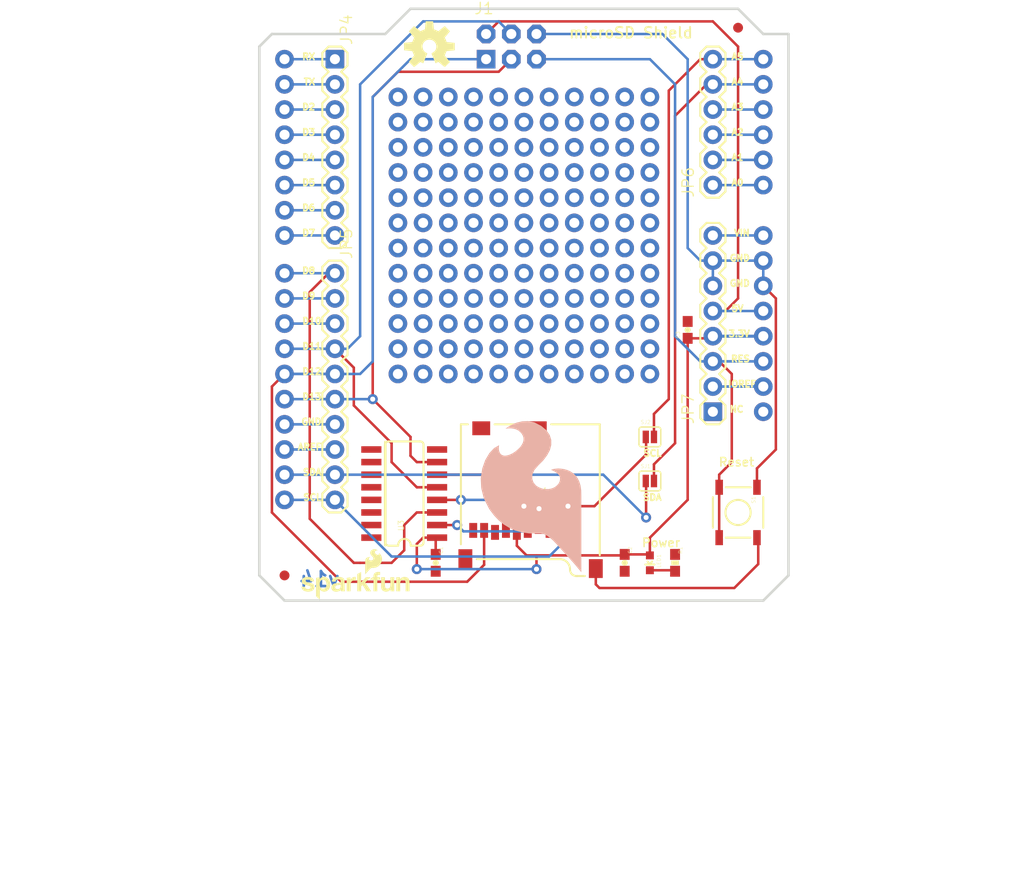
<source format=kicad_pcb>
(kicad_pcb (version 20211014) (generator pcbnew)
  (layers (0 "F.Cu" signal) (31 "B.Cu" signal) (34 "B.Paste" user) (35 "F.Paste" user) (36 "B.SilkS" user "B.Silkscreen") (37 "F.SilkS" user "F.Silkscreen") (38 "B.Mask" user) (39 "F.Mask" user) (44 "Edge.Cuts" user))
  (net 0 "")
  (net 1 "N$2")
  (net 2 "3.3V")
  (net 3 "GND")
  (net 4 "N$6")
  (net 5 "N$7")
  (net 6 "N$9")
  (net 7 "N$10")
  (net 8 "N$11")
  (net 9 "N$12")
  (net 10 "N$13")
  (net 11 "N$14")
  (net 12 "N$15")
  (net 13 "N$16")
  (net 14 "N$17")
  (net 15 "N$18")
  (net 16 "N$21")
  (net 17 "N$22")
  (net 18 "N$23")
  (net 19 "N$24")
  (net 20 "N$25")
  (net 21 "N$26")
  (net 22 "N$27")
  (net 23 "N$28")
  (net 24 "N$29")
  (net 25 "N$30")
  (net 26 "N$31")
  (net 27 "N$34")
  (net 28 "N$35")
  (net 29 "N$36")
  (net 30 "N$37")
  (net 31 "N$38")
  (net 32 "N$39")
  (net 33 "N$40")
  (net 34 "N$41")
  (net 35 "N$42")
  (net 36 "N$43")
  (net 37 "N$44")
  (net 38 "N$47")
  (net 39 "N$48")
  (net 40 "N$49")
  (net 41 "N$50")
  (net 42 "N$51")
  (net 43 "N$52")
  (net 44 "N$53")
  (net 45 "N$54")
  (net 46 "N$55")
  (net 47 "N$56")
  (net 48 "N$57")
  (net 49 "N$60")
  (net 50 "N$61")
  (net 51 "N$62")
  (net 52 "N$63")
  (net 53 "N$64")
  (net 54 "N$65")
  (net 55 "N$66")
  (net 56 "N$67")
  (net 57 "N$68")
  (net 58 "N$69")
  (net 59 "N$70")
  (net 60 "N$73")
  (net 61 "N$74")
  (net 62 "N$75")
  (net 63 "N$76")
  (net 64 "N$77")
  (net 65 "N$78")
  (net 66 "N$79")
  (net 67 "N$80")
  (net 68 "N$81")
  (net 69 "N$82")
  (net 70 "N$83")
  (net 71 "N$86")
  (net 72 "N$87")
  (net 73 "N$88")
  (net 74 "N$89")
  (net 75 "N$90")
  (net 76 "N$91")
  (net 77 "N$92")
  (net 78 "N$93")
  (net 79 "N$94")
  (net 80 "N$95")
  (net 81 "N$96")
  (net 82 "N$99")
  (net 83 "N$100")
  (net 84 "N$101")
  (net 85 "N$102")
  (net 86 "N$103")
  (net 87 "N$104")
  (net 88 "N$105")
  (net 89 "N$106")
  (net 90 "N$107")
  (net 91 "N$108")
  (net 92 "N$109")
  (net 93 "N$112")
  (net 94 "N$113")
  (net 95 "N$114")
  (net 96 "N$115")
  (net 97 "N$116")
  (net 98 "N$117")
  (net 99 "N$118")
  (net 100 "N$119")
  (net 101 "N$120")
  (net 102 "N$121")
  (net 103 "N$122")
  (net 104 "N$125")
  (net 105 "N$126")
  (net 106 "N$127")
  (net 107 "N$128")
  (net 108 "N$129")
  (net 109 "N$130")
  (net 110 "N$131")
  (net 111 "N$132")
  (net 112 "N$133")
  (net 113 "N$134")
  (net 114 "N$135")
  (net 115 "N$138")
  (net 116 "N$139")
  (net 117 "N$140")
  (net 118 "N$141")
  (net 119 "N$142")
  (net 120 "N$143")
  (net 121 "N$144")
  (net 122 "N$145")
  (net 123 "N$146")
  (net 124 "N$147")
  (net 125 "N$148")
  (net 126 "N$151")
  (net 127 "N$152")
  (net 128 "N$153")
  (net 129 "N$154")
  (net 130 "N$155")
  (net 131 "N$156")
  (net 132 "N$157")
  (net 133 "N$158")
  (net 134 "N$159")
  (net 135 "N$160")
  (net 136 "N$161")
  (net 137 "N$163")
  (net 138 "RX")
  (net 139 "TX")
  (net 140 "D2")
  (net 141 "D3")
  (net 142 "D4")
  (net 143 "D5")
  (net 144 "D6")
  (net 145 "D7")
  (net 146 "D9")
  (net 147 "D10")
  (net 148 "A0")
  (net 149 "A1")
  (net 150 "A2")
  (net 151 "A3")
  (net 152 "A4")
  (net 153 "A5")
  (net 154 "RES")
  (net 155 "5V")
  (net 156 "AREF")
  (net 157 "MOSI")
  (net 158 "SCK")
  (net 159 "CS")
  (net 160 "N$4")
  (net 161 "MISO")
  (net 162 "SDA")
  (net 163 "SCL")
  (net 164 "NC")
  (net 165 "IOREF")
  (net 166 "VIN")
  (footprint "boardEagle:MICRO-SD-SOCKET-PP" (layer "F.Cu") (at 142.1511 117.0686 180)
    (fp_text reference "U1")
    (fp_text value "USD-SOCKETNEW")
  )
  (footprint "boardEagle:SJ_2S" (layer "F.Cu") (at 161.2011 118.3386)
    (fp_text reference "SJ2")
    (fp_text value "SOLDERJUMPERNC")
  )
  (footprint "boardEagle:REVISION" (layer "F.Cu") (at 126.9111 162.7886)
    (fp_text reference "U$1" hide)
    (fp_text value "REVISION" hide)
  )
  (footprint "boardEagle:0603-CAP" (layer "F.Cu") (at 158.6611 131.0386 -90)
    (fp_text reference "C2")
    (fp_text value "0.1uF")
  )
  (footprint "boardEagle:UNO_R3_SHIELD_NOLABELS" (layer "F.Cu") (at 121.8311 134.8486)
    (fp_text reference "U2" hide)
    (fp_text value "ARDUINO_R3_SHIELDNOLABELS" hide)
  )
  (footprint "boardEagle:0603-CAP" (layer "F.Cu") (at 165.0111 107.5436 90)
    (fp_text reference "C3")
    (fp_text value "10uF")
  )
  (footprint "boardEagle:CREATIVE_COMMONS" (layer "F.Cu") (at 116.008979 160.2486)
    (fp_text reference "FRAME1" hide)
    (fp_text value "FRAME-LETTER" hide)
  )
  (footprint "boardEagle:1X08" (layer "F.Cu") (at 129.4511 80.2386 -90)
    (fp_text reference "JP4")
    (fp_text value "")
  )
  (footprint "boardEagle:SO016" (layer "F.Cu") (at 136.4361 124.0536 90)
    (fp_text reference "U3")
    (fp_text value "HEX_CONVERTER")
  )
  (footprint "boardEagle:FIDUCIAL-1X2" (layer "F.Cu") (at 170.0911 77.0636)
    (fp_text reference "JP2" hide)
    (fp_text value "FIDUCIAL1X2" hide)
  )
  (footprint "boardEagle:0603-RES" (layer "F.Cu") (at 163.7411 131.0386 -90)
    (fp_text reference "R1")
    (fp_text value "1k")
  )
  (footprint "boardEagle:TACTILE_SWITCH_SMD" (layer "F.Cu") (at 170.0911 125.9586 -90)
    (fp_text reference "S1")
    (fp_text value "")
  )
  (footprint "boardEagle:LED-0603" (layer "F.Cu") (at 161.2011 131.0386 180)
    (fp_text reference "LED1")
    (fp_text value "Red")
  )
  (footprint "boardEagle:1X06" (layer "F.Cu") (at 167.5511 92.9386 90)
    (fp_text reference "JP6")
    (fp_text value "")
  )
  (footprint "boardEagle:2X3-NS" (layer "F.Cu") (at 147.2311 78.9686)
    (fp_text reference "J1")
    (fp_text value "AVR_SPI_PRG_6NS")
  )
  (footprint "boardEagle:FIDUCIAL-1X2" (layer "F.Cu") (at 124.3711 132.3086)
    (fp_text reference "JP3" hide)
    (fp_text value "FIDUCIAL1X2" hide)
  )
  (footprint "boardEagle:OSHW-LOGO-M" (layer "F.Cu") (at 138.9761 78.9686)
    (fp_text reference "LOGO1" hide)
    (fp_text value "OSHW-LOGOM" hide)
  )
  (footprint "boardEagle:1X10" (layer "F.Cu") (at 129.4511 101.8286 -90)
    (fp_text reference "JP5")
    (fp_text value "M10\"")
  )
  (footprint "boardEagle:SJ_2S" (layer "F.Cu") (at 161.2011 122.7836)
    (fp_text reference "SJ1")
    (fp_text value "SOLDERJUMPERNC")
  )
  (footprint "boardEagle:SFE_LOGO_NAME_FLAME_.1" (layer "F.Cu") (at 125.6411 134.8486)
    (fp_text reference "JP1" hide)
    (fp_text value "SFE_LOGO_NAME_FLAME.1_INCH" hide)
  )
  (footprint "boardEagle:0603-CAP" (layer "F.Cu") (at 139.6111 131.0386 -90)
    (fp_text reference "C1")
    (fp_text value "0.1uF")
  )
  (footprint "boardEagle:1X08" (layer "F.Cu") (at 167.5511 115.7986 90)
    (fp_text reference "JP7")
    (fp_text value "")
  )
  (footprint "boardEagle:SFE_LOGO_FLAME_.6" (layer "B.Cu") (at 154.8511 132.3086 180)
    (fp_text reference "LOGO2" hide)
    (fp_text value "SFE_LOGO_FLAME.6_INCH" hide)
  )
  (gr_line (start 134.5311 129.2606) (end 134.5311 118.8466) (layer "F.SilkS") (width 0.254))
  (gr_line (start 121.8311 132.3086) (end 121.8311 78.9686) (layer "Edge.Cuts") (width 0.254))
  (gr_line (start 172.6311 134.8486) (end 124.3711 134.8486) (layer "Edge.Cuts") (width 0.254))
  (gr_line (start 175.1711 77.6986) (end 175.1711 132.3086) (layer "Edge.Cuts") (width 0.254))
  (gr_line (start 137.0711 75.1586) (end 170.0911 75.1586) (layer "Edge.Cuts") (width 0.254))
  (gr_line (start 134.5311 77.6986) (end 137.0711 75.1586) (layer "Edge.Cuts") (width 0.254))
  (gr_line (start 175.1711 132.3086) (end 172.6311 134.8486) (layer "Edge.Cuts") (width 0.254))
  (gr_line (start 170.0911 75.1586) (end 172.6311 77.6986) (layer "Edge.Cuts") (width 0.254))
  (gr_line (start 121.8311 78.9686) (end 123.1011 77.6986) (layer "Edge.Cuts") (width 0.254))
  (gr_line (start 172.6311 77.6986) (end 175.1711 77.6986) (layer "Edge.Cuts") (width 0.254))
  (gr_line (start 123.1011 77.6986) (end 134.5311 77.6986) (layer "Edge.Cuts") (width 0.254))
  (gr_line (start 124.3711 134.8486) (end 121.8311 132.3086) (layer "Edge.Cuts") (width 0.254))
  (gr_text "v14" (at 130.0861 133.5786) (layer "B.Cu") (effects (font (size 1.5113 1.5113) (thickness 0.2667)) (justify left bottom mirror)))
  (gr_text "GND" (at 171.3611 102.4636) (layer "F.SilkS") (effects (font (size 0.65024 0.65024) (thickness 0.16256)) (justify right top)))
  (gr_text "D11" (at 128.1811 108.8136) (layer "F.SilkS") (effects (font (size 0.65024 0.65024) (thickness 0.16256)) (justify right top)))
  (gr_text "A0" (at 170.7261 92.3036) (layer "F.SilkS") (effects (font (size 0.65024 0.65024) (thickness 0.16256)) (justify right top)))
  (gr_text "D12" (at 128.1811 111.3536) (layer "F.SilkS") (effects (font (size 0.65024 0.65024) (thickness 0.16256)) (justify right top)))
  (gr_text "A3" (at 170.7261 84.6836) (layer "F.SilkS") (effects (font (size 0.65024 0.65024) (thickness 0.16256)) (justify right top)))
  (gr_text "D6" (at 127.5461 94.8436) (layer "F.SilkS") (effects (font (size 0.65024 0.65024) (thickness 0.16256)) (justify right top)))
  (gr_text "AREF" (at 128.1811 118.9736) (layer "F.SilkS") (effects (font (size 0.65024 0.65024) (thickness 0.16256)) (justify right top)))
  (gr_text "Reset" (at 168.0591 121.3866) (layer "F.SilkS") (effects (font (size 0.8636 0.8636) (thickness 0.1524)) (justify left bottom)))
  (gr_text "D2" (at 127.5461 84.6836) (layer "F.SilkS") (effects (font (size 0.65024 0.65024) (thickness 0.16256)) (justify right top)))
  (gr_text "A2" (at 170.7261 87.2236) (layer "F.SilkS") (effects (font (size 0.65024 0.65024) (thickness 0.16256)) (justify right top)))
  (gr_text "A1" (at 170.7261 89.7636) (layer "F.SilkS") (effects (font (size 0.65024 0.65024) (thickness 0.16256)) (justify right top)))
  (gr_text "D4" (at 127.5461 89.7636) (layer "F.SilkS") (effects (font (size 0.65024 0.65024) (thickness 0.16256)) (justify right top)))
  (gr_text "3.3V" (at 171.3611 107.5436) (layer "F.SilkS") (effects (font (size 0.65024 0.65024) (thickness 0.16256)) (justify right top)))
  (gr_text "SCL" (at 128.1811 124.0536) (layer "F.SilkS") (effects (font (size 0.65024 0.65024) (thickness 0.16256)) (justify right top)))
  (gr_text "SDA" (at 162.4711 124.0536) (layer "F.SilkS") (effects (font (size 0.65024 0.65024) (thickness 0.16256)) (justify right top)))
  (gr_text "GND" (at 128.1811 116.4336) (layer "F.SilkS") (effects (font (size 0.65024 0.65024) (thickness 0.16256)) (justify right top)))
  (gr_text "microSD Shield" (at 152.9461 78.2066) (layer "F.SilkS") (effects (font (size 1.0795 1.0795) (thickness 0.1905)) (justify left bottom)))
  (gr_text "GND" (at 171.3611 99.9236) (layer "F.SilkS") (effects (font (size 0.65024 0.65024) (thickness 0.16256)) (justify right top)))
  (gr_text "D3" (at 127.5461 87.2236) (layer "F.SilkS") (effects (font (size 0.65024 0.65024) (thickness 0.16256)) (justify right top)))
  (gr_text "D9" (at 127.5461 103.7336) (layer "F.SilkS") (effects (font (size 0.65024 0.65024) (thickness 0.16256)) (justify right top)))
  (gr_text "5V" (at 170.7261 105.0036) (layer "F.SilkS") (effects (font (size 0.65024 0.65024) (thickness 0.16256)) (justify right top)))
  (gr_text "D7" (at 127.5461 97.3836) (layer "F.SilkS") (effects (font (size 0.65024 0.65024) (thickness 0.16256)) (justify right top)))
  (gr_text "VIN" (at 171.3611 97.3836) (layer "F.SilkS") (effects (font (size 0.65024 0.65024) (thickness 0.16256)) (justify right top)))
  (gr_text "Power" (at 160.3121 129.5146) (layer "F.SilkS") (effects (font (size 0.8636 0.8636) (thickness 0.1524)) (justify left bottom)))
  (gr_text "TX" (at 127.5461 82.1436) (layer "F.SilkS") (effects (font (size 0.65024 0.65024) (thickness 0.16256)) (justify right top)))
  (gr_text "D10" (at 128.1811 106.2736) (layer "F.SilkS") (effects (font (size 0.65024 0.65024) (thickness 0.16256)) (justify right top)))
  (gr_text "SDA" (at 128.1811 121.5136) (layer "F.SilkS") (effects (font (size 0.65024 0.65024) (thickness 0.16256)) (justify right top)))
  (gr_text "D8" (at 127.5461 101.1936) (layer "F.SilkS") (effects (font (size 0.65024 0.65024) (thickness 0.16256)) (justify right top)))
  (gr_text "IOREF" (at 171.9961 112.6236) (layer "F.SilkS") (effects (font (size 0.65024 0.65024) (thickness 0.16256)) (justify right top)))
  (gr_text "RX" (at 127.5461 79.6036) (layer "F.SilkS") (effects (font (size 0.65024 0.65024) (thickness 0.16256)) (justify right top)))
  (gr_text "RES" (at 171.3611 110.0836) (layer "F.SilkS") (effects (font (size 0.65024 0.65024) (thickness 0.16256)) (justify right top)))
  (gr_text "D5" (at 127.5461 92.3036) (layer "F.SilkS") (effects (font (size 0.65024 0.65024) (thickness 0.16256)) (justify right top)))
  (gr_text "A4" (at 170.7261 82.1436) (layer "F.SilkS") (effects (font (size 0.65024 0.65024) (thickness 0.16256)) (justify right top)))
  (gr_text "SCL" (at 162.4711 119.6086) (layer "F.SilkS") (effects (font (size 0.65024 0.65024) (thickness 0.16256)) (justify right top)))
  (gr_text "NC" (at 170.7261 115.1636) (layer "F.SilkS") (effects (font (size 0.65024 0.65024) (thickness 0.16256)) (justify right top)))
  (gr_text "D13" (at 128.1811 113.8936) (layer "F.SilkS") (effects (font (size 0.65024 0.65024) (thickness 0.16256)) (justify right top)))
  (gr_text "A5" (at 170.7261 79.6036) (layer "F.SilkS") (effects (font (size 0.65024 0.65024) (thickness 0.16256)) (justify right top)))
  (segment (start 148.8821 127.7596) (end 148.8911 127.7686) (width 0.254) (layer "F.Cu") (net 1))
  (segment (start 139.7508 124.6886) (end 142.1511 124.6886) (width 0.254) (layer "F.Cu") (net 1))
  (segment (start 148.5011 125.5776) (end 148.8821 125.9586) (width 0.254) (layer "F.Cu") (net 1))
  (segment (start 148.8821 125.9586) (end 148.8821 127.7596) (width 0.254) (layer "F.Cu") (net 1))
  (segment (start 148.5011 125.3236) (end 148.5011 125.5776) (width 0.254) (layer "F.Cu") (net 1))
  (via (at 148.5011 125.3236) (size 1.016) (drill 0.508) (layers "F.Cu" "B.Cu") (net 1))
  (via (at 142.1511 124.6886) (size 1.016) (drill 0.508) (layers "F.Cu" "B.Cu") (net 1))
  (segment (start 147.8661 124.6886) (end 148.5011 125.3236) (width 0.254) (layer "B.Cu") (net 1))
  (segment (start 142.1511 124.6886) (end 147.8661 124.6886) (width 0.254) (layer "B.Cu") (net 1))
  (segment (start 158.6611 130.1886) (end 161.1011 130.1886) (width 0.254) (layer "F.Cu") (net 2))
  (segment (start 165.0111 108.3936) (end 167.3361 108.3936) (width 0.254) (layer "F.Cu") (net 2))
  (segment (start 161.2011 130.2886) (end 161.2011 128.4986) (width 0.254) (layer "F.Cu") (net 2))
  (segment (start 139.6111 128.6383) (end 139.7508 128.4986) (width 0.254) (layer "F.Cu") (net 2))
  (segment (start 167.3361 108.3936) (end 167.5511 108.1786) (width 0.254) (layer "F.Cu") (net 2))
  (segment (start 137.7061 129.1336) (end 137.7061 131.6736) (width 0.254) (layer "F.Cu") (net 2))
  (segment (start 165.0111 124.6886) (end 161.2011 128.4986) (width 0.254) (layer "F.Cu") (net 2))
  (segment (start 158.5611 130.2886) (end 158.6611 130.1886) (width 0.254) (layer "F.Cu") (net 2))
  (segment (start 149.7711 130.2886) (end 148.7671 130.2886) (width 0.254) (layer "F.Cu") (net 2))
  (segment (start 149.7711 130.2886) (end 158.5611 130.2886) (width 0.254) (layer "F.Cu") (net 2))
  (segment (start 161.1011 130.1886) (end 161.2011 130.2886) (width 0.254) (layer "F.Cu") (net 2))
  (segment (start 138.3411 128.4986) (end 137.7061 129.1336) (width 0.254) (layer "F.Cu") (net 2))
  (segment (start 147.7911 127.9686) (end 147.7911 129.3126) (width 0.254) (layer "F.Cu") (net 2))
  (segment (start 149.7711 131.6736) (end 149.7711 130.2886) (width 0.254) (layer "F.Cu") (net 2))
  (segment (start 165.0111 108.3936) (end 165.0111 124.6886) (width 0.254) (layer "F.Cu") (net 2))
  (segment (start 139.7508 128.4986) (end 138.3411 128.4986) (width 0.254) (layer "F.Cu") (net 2))
  (segment (start 147.7911 129.3126) (end 148.7671 130.2886) (width 0.254) (layer "F.Cu") (net 2))
  (segment (start 139.6111 130.1886) (end 139.6111 128.6383) (width 0.254) (layer "F.Cu") (net 2))
  (via (at 149.7711 131.6736) (size 1.016) (drill 0.508) (layers "F.Cu" "B.Cu") (net 2))
  (via (at 137.7061 131.6736) (size 1.016) (drill 0.508) (layers "F.Cu" "B.Cu") (net 2))
  (segment (start 167.5511 108.1786) (end 172.6311 108.1786) (width 0.3048) (layer "B.Cu") (net 2))
  (segment (start 137.7061 131.6736) (end 149.7711 131.6736) (width 0.254) (layer "B.Cu") (net 2))
  (segment (start 155.7511 133.2086) (end 156.1211 133.5786) (width 0.254) (layer "F.Cu") (net 3))
  (segment (start 172.1231 131.1656) (end 172.1231 128.6256) (width 0.254) (layer "F.Cu") (net 3))
  (segment (start 156.1211 133.5786) (end 169.7101 133.5786) (width 0.254) (layer "F.Cu") (net 3))
  (segment (start 155.7511 131.6186) (end 155.7511 133.2086) (width 0.254) (layer "F.Cu") (net 3))
  (segment (start 173.9011 104.3686) (end 172.6311 103.0986) (width 0.254) (layer "F.Cu") (net 3))
  (segment (start 172.1231 128.6256) (end 171.9961 128.4986) (width 0.254) (layer "F.Cu") (net 3))
  (segment (start 171.9961 123.4186) (end 171.9961 121.5136) (width 0.254) (layer "F.Cu") (net 3))
  (segment (start 173.9011 119.6086) (end 173.9011 104.3686) (width 0.254) (layer "F.Cu") (net 3))
  (segment (start 171.9961 121.5136) (end 173.9011 119.6086) (width 0.254) (layer "F.Cu") (net 3))
  (segment (start 169.7101 133.5786) (end 172.1231 131.1656) (width 0.254) (layer "F.Cu") (net 3))
  (segment (start 168.1861 100.5586) (end 167.5511 100.5586) (width 0.254) (layer "B.Cu") (net 3))
  (segment (start 167.5511 100.5586) (end 166.2811 100.5586) (width 0.254) (layer "B.Cu") (net 3))
  (segment (start 172.6311 100.5586) (end 172.6311 103.0986) (width 0.254) (layer "B.Cu") (net 3))
  (segment (start 172.6311 100.5586) (end 168.1861 100.5586) (width 0.254) (layer "B.Cu") (net 3))
  (segment (start 162.4711 77.6986) (end 149.7711 77.6986) (width 0.254) (layer "B.Cu") (net 3))
  (segment (start 166.2811 100.5586) (end 165.0111 99.2886) (width 0.254) (layer "B.Cu") (net 3))
  (segment (start 167.5511 101.1936) (end 168.1861 100.5586) (width 0.254) (layer "B.Cu") (net 3))
  (segment (start 165.0111 99.2886) (end 165.0111 80.2386) (width 0.254) (layer "B.Cu") (net 3))
  (segment (start 167.5511 103.0986) (end 167.5511 101.1936) (width 0.254) (layer "B.Cu") (net 3))
  (segment (start 124.3711 117.0686) (end 129.4511 117.0686) (width 0.254) (layer "B.Cu") (net 3))
  (segment (start 165.0111 80.2386) (end 162.4711 77.6986) (width 0.254) (layer "B.Cu") (net 3))
  (segment (start 163.6411 131.7886) (end 163.7411 131.8886) (width 0.254) (layer "F.Cu") (net 4))
  (segment (start 161.2011 131.7886) (end 163.6411 131.7886) (width 0.254) (layer "F.Cu") (net 4))
  (via (at 161.2011 84.0486) (size 1.8796) (drill 1.016) (layers "F.Cu" "B.Cu") (net 5))
  (via (at 158.6611 84.0486) (size 1.8796) (drill 1.016) (layers "F.Cu" "B.Cu") (net 6))
  (via (at 156.1211 84.0486) (size 1.8796) (drill 1.016) (layers "F.Cu" "B.Cu") (net 7))
  (via (at 153.5811 84.0486) (size 1.8796) (drill 1.016) (layers "F.Cu" "B.Cu") (net 8))
  (via (at 151.0411 84.0486) (size 1.8796) (drill 1.016) (layers "F.Cu" "B.Cu") (net 9))
  (via (at 148.5011 84.0486) (size 1.8796) (drill 1.016) (layers "F.Cu" "B.Cu") (net 10))
  (via (at 145.9611 84.0486) (size 1.8796) (drill 1.016) (layers "F.Cu" "B.Cu") (net 11))
  (via (at 143.4211 84.0486) (size 1.8796) (drill 1.016) (layers "F.Cu" "B.Cu") (net 12))
  (via (at 140.8811 84.0486) (size 1.8796) (drill 1.016) (layers "F.Cu" "B.Cu") (net 13))
  (via (at 138.3411 84.0486) (size 1.8796) (drill 1.016) (layers "F.Cu" "B.Cu") (net 14))
  (via (at 135.8011 84.0486) (size 1.8796) (drill 1.016) (layers "F.Cu" "B.Cu") (net 15))
  (via (at 135.8011 86.5886) (size 1.8796) (drill 1.016) (layers "F.Cu" "B.Cu") (net 16))
  (via (at 138.3411 86.5886) (size 1.8796) (drill 1.016) (layers "F.Cu" "B.Cu") (net 17))
  (via (at 140.8811 86.5886) (size 1.8796) (drill 1.016) (layers "F.Cu" "B.Cu") (net 18))
  (via (at 143.4211 86.5886) (size 1.8796) (drill 1.016) (layers "F.Cu" "B.Cu") (net 19))
  (via (at 145.9611 86.5886) (size 1.8796) (drill 1.016) (layers "F.Cu" "B.Cu") (net 20))
  (via (at 148.5011 86.5886) (size 1.8796) (drill 1.016) (layers "F.Cu" "B.Cu") (net 21))
  (via (at 151.0411 86.5886) (size 1.8796) (drill 1.016) (layers "F.Cu" "B.Cu") (net 22))
  (via (at 153.5811 86.5886) (size 1.8796) (drill 1.016) (layers "F.Cu" "B.Cu") (net 23))
  (via (at 156.1211 86.5886) (size 1.8796) (drill 1.016) (layers "F.Cu" "B.Cu") (net 24))
  (via (at 158.6611 86.5886) (size 1.8796) (drill 1.016) (layers "F.Cu" "B.Cu") (net 25))
  (via (at 161.2011 86.5886) (size 1.8796) (drill 1.016) (layers "F.Cu" "B.Cu") (net 26))
  (via (at 161.2011 89.1286) (size 1.8796) (drill 1.016) (layers "F.Cu" "B.Cu") (net 27))
  (via (at 158.6611 89.1286) (size 1.8796) (drill 1.016) (layers "F.Cu" "B.Cu") (net 28))
  (via (at 156.1211 89.1286) (size 1.8796) (drill 1.016) (layers "F.Cu" "B.Cu") (net 29))
  (via (at 153.5811 89.1286) (size 1.8796) (drill 1.016) (layers "F.Cu" "B.Cu") (net 30))
  (via (at 151.0411 89.1286) (size 1.8796) (drill 1.016) (layers "F.Cu" "B.Cu") (net 31))
  (via (at 148.5011 89.1286) (size 1.8796) (drill 1.016) (layers "F.Cu" "B.Cu") (net 32))
  (via (at 145.9611 89.1286) (size 1.8796) (drill 1.016) (layers "F.Cu" "B.Cu") (net 33))
  (via (at 143.4211 89.1286) (size 1.8796) (drill 1.016) (layers "F.Cu" "B.Cu") (net 34))
  (via (at 140.8811 89.1286) (size 1.8796) (drill 1.016) (layers "F.Cu" "B.Cu") (net 35))
  (via (at 138.3411 89.1286) (size 1.8796) (drill 1.016) (layers "F.Cu" "B.Cu") (net 36))
  (via (at 135.8011 89.1286) (size 1.8796) (drill 1.016) (layers "F.Cu" "B.Cu") (net 37))
  (via (at 135.8011 91.6686) (size 1.8796) (drill 1.016) (layers "F.Cu" "B.Cu") (net 38))
  (via (at 138.3411 91.6686) (size 1.8796) (drill 1.016) (layers "F.Cu" "B.Cu") (net 39))
  (via (at 140.8811 91.6686) (size 1.8796) (drill 1.016) (layers "F.Cu" "B.Cu") (net 40))
  (via (at 143.4211 91.6686) (size 1.8796) (drill 1.016) (layers "F.Cu" "B.Cu") (net 41))
  (via (at 145.9611 91.6686) (size 1.8796) (drill 1.016) (layers "F.Cu" "B.Cu") (net 42))
  (via (at 148.5011 91.6686) (size 1.8796) (drill 1.016) (layers "F.Cu" "B.Cu") (net 43))
  (via (at 151.0411 91.6686) (size 1.8796) (drill 1.016) (layers "F.Cu" "B.Cu") (net 44))
  (via (at 153.5811 91.6686) (size 1.8796) (drill 1.016) (layers "F.Cu" "B.Cu") (net 45))
  (via (at 156.1211 91.6686) (size 1.8796) (drill 1.016) (layers "F.Cu" "B.Cu") (net 46))
  (via (at 158.6611 91.6686) (size 1.8796) (drill 1.016) (layers "F.Cu" "B.Cu") (net 47))
  (via (at 161.2011 91.6686) (size 1.8796) (drill 1.016) (layers "F.Cu" "B.Cu") (net 48))
  (via (at 161.2011 94.2086) (size 1.8796) (drill 1.016) (layers "F.Cu" "B.Cu") (net 49))
  (via (at 158.6611 94.2086) (size 1.8796) (drill 1.016) (layers "F.Cu" "B.Cu") (net 50))
  (via (at 156.1211 94.2086) (size 1.8796) (drill 1.016) (layers "F.Cu" "B.Cu") (net 51))
  (via (at 153.5811 94.2086) (size 1.8796) (drill 1.016) (layers "F.Cu" "B.Cu") (net 52))
  (via (at 151.0411 94.2086) (size 1.8796) (drill 1.016) (layers "F.Cu" "B.Cu") (net 53))
  (via (at 148.5011 94.2086) (size 1.8796) (drill 1.016) (layers "F.Cu" "B.Cu") (net 54))
  (via (at 145.9611 94.2086) (size 1.8796) (drill 1.016) (layers "F.Cu" "B.Cu") (net 55))
  (via (at 143.4211 94.2086) (size 1.8796) (drill 1.016) (layers "F.Cu" "B.Cu") (net 56))
  (via (at 140.8811 94.2086) (size 1.8796) (drill 1.016) (layers "F.Cu" "B.Cu") (net 57))
  (via (at 138.3411 94.2086) (size 1.8796) (drill 1.016) (layers "F.Cu" "B.Cu") (net 58))
  (via (at 135.8011 94.2086) (size 1.8796) (drill 1.016) (layers "F.Cu" "B.Cu") (net 59))
  (via (at 135.8011 96.7486) (size 1.8796) (drill 1.016) (layers "F.Cu" "B.Cu") (net 60))
  (via (at 138.3411 96.7486) (size 1.8796) (drill 1.016) (layers "F.Cu" "B.Cu") (net 61))
  (via (at 140.8811 96.7486) (size 1.8796) (drill 1.016) (layers "F.Cu" "B.Cu") (net 62))
  (via (at 143.4211 96.7486) (size 1.8796) (drill 1.016) (layers "F.Cu" "B.Cu") (net 63))
  (via (at 145.9611 96.7486) (size 1.8796) (drill 1.016) (layers "F.Cu" "B.Cu") (net 64))
  (via (at 148.5011 96.7486) (size 1.8796) (drill 1.016) (layers "F.Cu" "B.Cu") (net 65))
  (via (at 151.0411 96.7486) (size 1.8796) (drill 1.016) (layers "F.Cu" "B.Cu") (net 66))
  (via (at 153.5811 96.7486) (size 1.8796) (drill 1.016) (layers "F.Cu" "B.Cu") (net 67))
  (via (at 156.1211 96.7486) (size 1.8796) (drill 1.016) (layers "F.Cu" "B.Cu") (net 68))
  (via (at 158.6611 96.7486) (size 1.8796) (drill 1.016) (layers "F.Cu" "B.Cu") (net 69))
  (via (at 161.2011 96.7486) (size 1.8796) (drill 1.016) (layers "F.Cu" "B.Cu") (net 70))
  (via (at 161.2011 99.2886) (size 1.8796) (drill 1.016) (layers "F.Cu" "B.Cu") (net 71))
  (via (at 158.6611 99.2886) (size 1.8796) (drill 1.016) (layers "F.Cu" "B.Cu") (net 72))
  (via (at 156.1211 99.2886) (size 1.8796) (drill 1.016) (layers "F.Cu" "B.Cu") (net 73))
  (via (at 153.5811 99.2886) (size 1.8796) (drill 1.016) (layers "F.Cu" "B.Cu") (net 74))
  (via (at 151.0411 99.2886) (size 1.8796) (drill 1.016) (layers "F.Cu" "B.Cu") (net 75))
  (via (at 148.5011 99.2886) (size 1.8796) (drill 1.016) (layers "F.Cu" "B.Cu") (net 76))
  (via (at 145.9611 99.2886) (size 1.8796) (drill 1.016) (layers "F.Cu" "B.Cu") (net 77))
  (via (at 143.4211 99.2886) (size 1.8796) (drill 1.016) (layers "F.Cu" "B.Cu") (net 78))
  (via (at 140.8811 99.2886) (size 1.8796) (drill 1.016) (layers "F.Cu" "B.Cu") (net 79))
  (via (at 138.3411 99.2886) (size 1.8796) (drill 1.016) (layers "F.Cu" "B.Cu") (net 80))
  (via (at 135.8011 99.2886) (size 1.8796) (drill 1.016) (layers "F.Cu" "B.Cu") (net 81))
  (via (at 135.8011 101.8286) (size 1.8796) (drill 1.016) (layers "F.Cu" "B.Cu") (net 82))
  (via (at 138.3411 101.8286) (size 1.8796) (drill 1.016) (layers "F.Cu" "B.Cu") (net 83))
  (via (at 140.8811 101.8286) (size 1.8796) (drill 1.016) (layers "F.Cu" "B.Cu") (net 84))
  (via (at 143.4211 101.8286) (size 1.8796) (drill 1.016) (layers "F.Cu" "B.Cu") (net 85))
  (via (at 145.9611 101.8286) (size 1.8796) (drill 1.016) (layers "F.Cu" "B.Cu") (net 86))
  (via (at 148.5011 101.8286) (size 1.8796) (drill 1.016) (layers "F.Cu" "B.Cu") (net 87))
  (via (at 151.0411 101.8286) (size 1.8796) (drill 1.016) (layers "F.Cu" "B.Cu") (net 88))
  (via (at 153.5811 101.8286) (size 1.8796) (drill 1.016) (layers "F.Cu" "B.Cu") (net 89))
  (via (at 156.1211 101.8286) (size 1.8796) (drill 1.016) (layers "F.Cu" "B.Cu") (net 90))
  (via (at 158.6611 101.8286) (size 1.8796) (drill 1.016) (layers "F.Cu" "B.Cu") (net 91))
  (via (at 161.2011 101.8286) (size 1.8796) (drill 1.016) (layers "F.Cu" "B.Cu") (net 92))
  (via (at 161.2011 104.3686) (size 1.8796) (drill 1.016) (layers "F.Cu" "B.Cu") (net 93))
  (via (at 158.6611 104.3686) (size 1.8796) (drill 1.016) (layers "F.Cu" "B.Cu") (net 94))
  (via (at 156.1211 104.3686) (size 1.8796) (drill 1.016) (layers "F.Cu" "B.Cu") (net 95))
  (via (at 153.5811 104.3686) (size 1.8796) (drill 1.016) (layers "F.Cu" "B.Cu") (net 96))
  (via (at 151.0411 104.3686) (size 1.8796) (drill 1.016) (layers "F.Cu" "B.Cu") (net 97))
  (via (at 148.5011 104.3686) (size 1.8796) (drill 1.016) (layers "F.Cu" "B.Cu") (net 98))
  (via (at 145.9611 104.3686) (size 1.8796) (drill 1.016) (layers "F.Cu" "B.Cu") (net 99))
  (via (at 143.4211 104.3686) (size 1.8796) (drill 1.016) (layers "F.Cu" "B.Cu") (net 100))
  (via (at 140.8811 104.3686) (size 1.8796) (drill 1.016) (layers "F.Cu" "B.Cu") (net 101))
  (via (at 138.3411 104.3686) (size 1.8796) (drill 1.016) (layers "F.Cu" "B.Cu") (net 102))
  (via (at 135.8011 104.3686) (size 1.8796) (drill 1.016) (layers "F.Cu" "B.Cu") (net 103))
  (via (at 135.8011 106.9086) (size 1.8796) (drill 1.016) (layers "F.Cu" "B.Cu") (net 104))
  (via (at 138.3411 106.9086) (size 1.8796) (drill 1.016) (layers "F.Cu" "B.Cu") (net 105))
  (via (at 140.8811 106.9086) (size 1.8796) (drill 1.016) (layers "F.Cu" "B.Cu") (net 106))
  (via (at 143.4211 106.9086) (size 1.8796) (drill 1.016) (layers "F.Cu" "B.Cu") (net 107))
  (via (at 145.9611 106.9086) (size 1.8796) (drill 1.016) (layers "F.Cu" "B.Cu") (net 108))
  (via (at 148.5011 106.9086) (size 1.8796) (drill 1.016) (layers "F.Cu" "B.Cu") (net 109))
  (via (at 151.0411 106.9086) (size 1.8796) (drill 1.016) (layers "F.Cu" "B.Cu") (net 110))
  (via (at 153.5811 106.9086) (size 1.8796) (drill 1.016) (layers "F.Cu" "B.Cu") (net 111))
  (via (at 156.1211 106.9086) (size 1.8796) (drill 1.016) (layers "F.Cu" "B.Cu") (net 112))
  (via (at 158.6611 106.9086) (size 1.8796) (drill 1.016) (layers "F.Cu" "B.Cu") (net 113))
  (via (at 161.2011 106.9086) (size 1.8796) (drill 1.016) (layers "F.Cu" "B.Cu") (net 114))
  (via (at 161.2011 109.4486) (size 1.8796) (drill 1.016) (layers "F.Cu" "B.Cu") (net 115))
  (via (at 158.6611 109.4486) (size 1.8796) (drill 1.016) (layers "F.Cu" "B.Cu") (net 116))
  (via (at 156.1211 109.4486) (size 1.8796) (drill 1.016) (layers "F.Cu" "B.Cu") (net 117))
  (via (at 153.5811 109.4486) (size 1.8796) (drill 1.016) (layers "F.Cu" "B.Cu") (net 118))
  (via (at 151.0411 109.4486) (size 1.8796) (drill 1.016) (layers "F.Cu" "B.Cu") (net 119))
  (via (at 148.5011 109.4486) (size 1.8796) (drill 1.016) (layers "F.Cu" "B.Cu") (net 120))
  (via (at 145.9611 109.4486) (size 1.8796) (drill 1.016) (layers "F.Cu" "B.Cu") (net 121))
  (via (at 143.4211 109.4486) (size 1.8796) (drill 1.016) (layers "F.Cu" "B.Cu") (net 122))
  (via (at 140.8811 109.4486) (size 1.8796) (drill 1.016) (layers "F.Cu" "B.Cu") (net 123))
  (via (at 138.3411 109.4486) (size 1.8796) (drill 1.016) (layers "F.Cu" "B.Cu") (net 124))
  (via (at 135.8011 109.4486) (size 1.8796) (drill 1.016) (layers "F.Cu" "B.Cu") (net 125))
  (via (at 135.8011 111.9886) (size 1.8796) (drill 1.016) (layers "F.Cu" "B.Cu") (net 126))
  (via (at 138.3411 111.9886) (size 1.8796) (drill 1.016) (layers "F.Cu" "B.Cu") (net 127))
  (via (at 140.8811 111.9886) (size 1.8796) (drill 1.016) (layers "F.Cu" "B.Cu") (net 128))
  (via (at 143.4211 111.9886) (size 1.8796) (drill 1.016) (layers "F.Cu" "B.Cu") (net 129))
  (via (at 145.9611 111.9886) (size 1.8796) (drill 1.016) (layers "F.Cu" "B.Cu") (net 130))
  (via (at 148.5011 111.9886) (size 1.8796) (drill 1.016) (layers "F.Cu" "B.Cu") (net 131))
  (via (at 151.0411 111.9886) (size 1.8796) (drill 1.016) (layers "F.Cu" "B.Cu") (net 132))
  (via (at 153.5811 111.9886) (size 1.8796) (drill 1.016) (layers "F.Cu" "B.Cu") (net 133))
  (via (at 156.1211 111.9886) (size 1.8796) (drill 1.016) (layers "F.Cu" "B.Cu") (net 134))
  (via (at 158.6611 111.9886) (size 1.8796) (drill 1.016) (layers "F.Cu" "B.Cu") (net 135))
  (via (at 161.2011 111.9886) (size 1.8796) (drill 1.016) (layers "F.Cu" "B.Cu") (net 136))
  (segment (start 149.9911 125.6116) (end 150.0251 125.5776) (width 0.254) (layer "F.Cu") (net 137))
  (segment (start 149.9911 127.3686) (end 149.9911 125.6116) (width 0.254) (layer "F.Cu") (net 137))
  (segment (start 141.7701 127.2286) (end 139.7508 127.2286) (width 0.254) (layer "F.Cu") (net 137))
  (via (at 141.7701 127.2286) (size 1.016) (drill 0.508) (layers "F.Cu" "B.Cu") (net 137))
  (via (at 150.0251 125.5776) (size 1.016) (drill 0.508) (layers "F.Cu" "B.Cu") (net 137))
  (segment (start 148.5011 127.8636) (end 142.4051 127.8636) (width 0.254) (layer "B.Cu") (net 137))
  (segment (start 150.0251 125.5776) (end 150.0251 126.3396) (width 0.254) (layer "B.Cu") (net 137))
  (segment (start 150.0251 126.3396) (end 148.5011 127.8636) (width 0.254) (layer "B.Cu") (net 137))
  (segment (start 142.4051 127.8636) (end 141.7701 127.2286) (width 0.254) (layer "B.Cu") (net 137))
  (segment (start 128.1811 80.2386) (end 129.4511 80.2386) (width 0.254) (layer "B.Cu") (net 138))
  (segment (start 124.3711 80.2386) (end 128.1811 80.2386) (width 0.254) (layer "B.Cu") (net 138))
  (segment (start 124.3711 82.7786) (end 129.4511 82.7786) (width 0.254) (layer "B.Cu") (net 139))
  (segment (start 124.3711 85.3186) (end 129.4511 85.3186) (width 0.254) (layer "B.Cu") (net 140))
  (segment (start 124.3711 87.8586) (end 129.4511 87.8586) (width 0.254) (layer "B.Cu") (net 141))
  (segment (start 124.3711 90.3986) (end 129.4511 90.3986) (width 0.254) (layer "B.Cu") (net 142))
  (segment (start 124.3711 92.9386) (end 129.4511 92.9386) (width 0.254) (layer "B.Cu") (net 143))
  (segment (start 124.3711 95.4786) (end 129.4511 95.4786) (width 0.254) (layer "B.Cu") (net 144))
  (segment (start 124.3711 98.0186) (end 129.4511 98.0186) (width 0.254) (layer "B.Cu") (net 145))
  (segment (start 124.3711 104.3686) (end 129.4511 104.3686) (width 0.254) (layer "B.Cu") (net 146))
  (segment (start 124.3711 106.9086) (end 129.4511 106.9086) (width 0.254) (layer "B.Cu") (net 147))
  (segment (start 167.5511 92.9386) (end 172.6311 92.9386) (width 0.254) (layer "B.Cu") (net 148))
  (segment (start 167.5511 90.3986) (end 172.6311 90.3986) (width 0.254) (layer "B.Cu") (net 149))
  (segment (start 167.5511 87.8586) (end 172.6311 87.8586) (width 0.254) (layer "B.Cu") (net 150))
  (segment (start 167.5511 85.3186) (end 172.6311 85.3186) (width 0.254) (layer "B.Cu") (net 151))
  (segment (start 161.613 122.7836) (end 161.613 121.1017) (width 0.254) (layer "F.Cu") (net 152))
  (segment (start 161.613 121.1017) (end 163.7411 118.9736) (width 0.254) (layer "F.Cu") (net 152))
  (segment (start 163.7411 118.9736) (end 163.7411 85.9536) (width 0.254) (layer "F.Cu") (net 152))
  (segment (start 163.7411 85.9536) (end 166.9161 82.7786) (width 0.254) (layer "F.Cu") (net 152))
  (segment (start 166.9161 82.7786) (end 167.5511 82.7786) (width 0.254) (layer "F.Cu") (net 152))
  (segment (start 167.5511 82.7786) (end 172.6311 82.7786) (width 0.254) (layer "B.Cu") (net 152))
  (segment (start 166.2811 80.2386) (end 163.1061 83.4136) (width 0.254) (layer "F.Cu") (net 153))
  (segment (start 166.2811 80.2386) (end 167.5511 80.2386) (width 0.254) (layer "F.Cu") (net 153))
  (segment (start 163.1061 83.4136) (end 163.1061 114.5286) (width 0.254) (layer "F.Cu") (net 153))
  (segment (start 161.613 118.3386) (end 161.613 116.0217) (width 0.254) (layer "F.Cu") (net 153))
  (segment (start 161.613 116.0217) (end 163.1061 114.5286) (width 0.254) (layer "F.Cu") (net 153))
  (segment (start 167.5511 80.2386) (end 172.6311 80.2386) (width 0.254) (layer "B.Cu") (net 153))
  (segment (start 169.4561 120.8786) (end 168.1861 122.1486) (width 0.254) (layer "F.Cu") (net 154))
  (segment (start 168.1861 122.1486) (end 168.1861 123.4186) (width 0.254) (layer "F.Cu") (net 154))
  (segment (start 168.1861 128.4986) (end 168.1861 123.4186) (width 0.254) (layer "F.Cu") (net 154))
  (segment (start 167.5511 110.7186) (end 168.1861 110.7186) (width 0.254) (layer "F.Cu") (net 154))
  (segment (start 169.4561 111.9886) (end 169.4561 120.8786) (width 0.254) (layer "F.Cu") (net 154))
  (segment (start 168.1861 110.7186) (end 169.4561 111.9886) (width 0.254) (layer "F.Cu") (net 154))
  (segment (start 167.5511 110.7186) (end 172.6311 110.7186) (width 0.254) (layer "B.Cu") (net 154))
  (segment (start 167.5511 110.7186) (end 166.2811 110.7186) (width 0.254) (layer "B.Cu") (net 154))
  (segment (start 166.2811 110.7186) (end 163.7411 108.1786) (width 0.254) (layer "B.Cu") (net 154))
  (segment (start 163.7411 82.7786) (end 161.2011 80.2386) (width 0.254) (layer "B.Cu") (net 154))
  (segment (start 163.7411 108.1786) (end 163.7411 82.7786) (width 0.254) (layer "B.Cu") (net 154))
  (segment (start 161.2011 80.2386) (end 149.7711 80.2386) (width 0.254) (layer "B.Cu") (net 154))
  (segment (start 170.0911 104.3686) (end 170.0911 78.9686) (width 0.254) (layer "F.Cu") (net 155))
  (segment (start 145.9611 76.4286) (end 144.6911 77.6986) (width 0.254) (layer "F.Cu") (net 155))
  (segment (start 167.5511 105.6386) (end 168.8211 105.6386) (width 0.254) (layer "F.Cu") (net 155))
  (segment (start 170.0911 78.9686) (end 167.5511 76.4286) (width 0.254) (layer "F.Cu") (net 155))
  (segment (start 167.5511 76.4286) (end 145.9611 76.4286) (width 0.254) (layer "F.Cu") (net 155))
  (segment (start 168.8211 105.6386) (end 170.0911 104.3686) (width 0.254) (layer "F.Cu") (net 155))
  (segment (start 167.5511 105.6386) (end 172.6311 105.6386) (width 0.254) (layer "B.Cu") (net 155))
  (segment (start 124.3711 119.6086) (end 129.4511 119.6086) (width 0.254) (layer "B.Cu") (net 156))
  (segment (start 131.3561 115.1636) (end 131.3561 111.3536) (width 0.254) (layer "F.Cu") (net 157))
  (segment (start 139.7508 123.4186) (end 137.7061 123.4186) (width 0.254) (layer "F.Cu") (net 157))
  (segment (start 137.7061 123.4186) (end 135.1661 120.8786) (width 0.254) (layer "F.Cu") (net 157))
  (segment (start 135.1661 118.9736) (end 131.3561 115.1636) (width 0.254) (layer "F.Cu") (net 157))
  (segment (start 131.3561 111.3536) (end 129.4511 109.4486) (width 0.254) (layer "F.Cu") (net 157))
  (segment (start 135.1661 120.8786) (end 135.1661 118.9736) (width 0.254) (layer "F.Cu") (net 157))
  (segment (start 130.7211 109.4486) (end 131.9911 108.1786) (width 0.254) (layer "B.Cu") (net 157))
  (segment (start 131.9911 108.1786) (end 131.9911 82.7786) (width 0.254) (layer "B.Cu") (net 157))
  (segment (start 124.3711 109.4486) (end 129.4511 109.4486) (width 0.254) (layer "B.Cu") (net 157))
  (segment (start 131.9911 82.7786) (end 138.3411 76.4286) (width 0.254) (layer "B.Cu") (net 157))
  (segment (start 129.4511 109.4486) (end 130.7211 109.4486) (width 0.254) (layer "B.Cu") (net 157))
  (segment (start 138.3411 76.4286) (end 145.9611 76.4286) (width 0.254) (layer "B.Cu") (net 157))
  (segment (start 145.9611 76.4286) (end 147.2311 77.6986) (width 0.254) (layer "B.Cu") (net 157))
  (segment (start 145.9611 81.5086) (end 147.2311 80.2386) (width 0.254) (layer "F.Cu") (net 158))
  (segment (start 137.7061 120.8786) (end 137.0711 120.2436) (width 0.254) (layer "F.Cu") (net 158))
  (segment (start 135.8011 81.5086) (end 145.9611 81.5086) (width 0.254) (layer "F.Cu") (net 158))
  (segment (start 133.2611 114.5286) (end 133.2611 84.0486) (width 0.254) (layer "F.Cu") (net 158))
  (segment (start 137.0711 118.3386) (end 137.0711 120.2436) (width 0.254) (layer "F.Cu") (net 158))
  (segment (start 137.0711 118.3386) (end 133.2611 114.5286) (width 0.254) (layer "F.Cu") (net 158))
  (segment (start 139.7508 120.8786) (end 137.7061 120.8786) (width 0.254) (layer "F.Cu") (net 158))
  (segment (start 133.2611 84.0486) (end 135.8011 81.5086) (width 0.254) (layer "F.Cu") (net 158))
  (via (at 133.2611 114.5286) (size 1.016) (drill 0.508) (layers "F.Cu" "B.Cu") (net 158))
  (segment (start 124.3711 114.5286) (end 129.4511 114.5286) (width 0.254) (layer "B.Cu") (net 158))
  (segment (start 129.4511 114.5286) (end 133.2611 114.5286) (width 0.254) (layer "B.Cu") (net 158))
  (segment (start 137.7061 125.9586) (end 136.4361 127.2286) (width 0.254) (layer "F.Cu") (net 159))
  (segment (start 136.4361 127.2286) (end 136.4361 129.7686) (width 0.254) (layer "F.Cu") (net 159))
  (segment (start 131.3561 131.0386) (end 131.9911 131.0386) (width 0.254) (layer "F.Cu") (net 159))
  (segment (start 136.4361 129.7686) (end 135.1661 131.0386) (width 0.254) (layer "F.Cu") (net 159))
  (segment (start 129.4511 101.8286) (end 128.8161 101.8286) (width 0.254) (layer "F.Cu") (net 159))
  (segment (start 131.9911 131.0386) (end 132.6261 131.0386) (width 0.254) (layer "F.Cu") (net 159))
  (segment (start 135.1661 131.0386) (end 132.6261 131.0386) (width 0.254) (layer "F.Cu") (net 159))
  (segment (start 128.8161 101.8286) (end 126.9111 103.7336) (width 0.254) (layer "F.Cu") (net 159))
  (segment (start 126.9111 103.7336) (end 126.9111 126.5936) (width 0.254) (layer "F.Cu") (net 159))
  (segment (start 137.7061 125.9586) (end 139.7508 125.9586) (width 0.254) (layer "F.Cu") (net 159))
  (segment (start 126.9111 126.5936) (end 131.3561 131.0386) (width 0.254) (layer "F.Cu") (net 159))
  (segment (start 124.3711 101.8286) (end 129.4511 101.8286) (width 0.254) (layer "B.Cu") (net 159))
  (segment (start 144.6911 122.1486) (end 146.6911 124.1486) (width 0.254) (layer "F.Cu") (net 160))
  (segment (start 139.7508 122.1486) (end 144.6911 122.1486) (width 0.254) (layer "F.Cu") (net 160))
  (segment (start 146.6911 127.7686) (end 146.6911 124.1486) (width 0.254) (layer "F.Cu") (net 160))
  (segment (start 123.1011 113.2586) (end 124.3711 111.9886) (width 0.254) (layer "F.Cu") (net 161))
  (segment (start 144.4911 127.7686) (end 144.4911 131.2386) (width 0.254) (layer "F.Cu") (net 161))
  (segment (start 123.1011 125.9586) (end 123.1011 113.2586) (width 0.254) (layer "F.Cu") (net 161))
  (segment (start 142.7861 132.9436) (end 130.0861 132.9436) (width 0.254) (layer "F.Cu") (net 161))
  (segment (start 130.0861 132.9436) (end 123.1011 125.9586) (width 0.254) (layer "F.Cu") (net 161))
  (segment (start 144.4911 131.2386) (end 142.7861 132.9436) (width 0.254) (layer "F.Cu") (net 161))
  (segment (start 124.3711 111.9886) (end 129.4511 111.9886) (width 0.254) (layer "B.Cu") (net 161))
  (segment (start 133.2611 110.7186) (end 133.2611 84.0486) (width 0.254) (layer "B.Cu") (net 161))
  (segment (start 124.3711 111.9886) (end 131.9911 111.9886) (width 0.254) (layer "B.Cu") (net 161))
  (segment (start 133.2611 84.0486) (end 137.0711 80.2386) (width 0.254) (layer "B.Cu") (net 161))
  (segment (start 131.9911 111.9886) (end 133.2611 110.7186) (width 0.254) (layer "B.Cu") (net 161))
  (segment (start 137.0711 80.2386) (end 144.6911 80.2386) (width 0.254) (layer "B.Cu") (net 161))
  (segment (start 160.8201 122.8145) (end 160.7892 122.7836) (width 0.254) (layer "F.Cu") (net 162))
  (segment (start 160.8201 126.4666) (end 160.8201 122.8145) (width 0.254) (layer "F.Cu") (net 162))
  (via (at 160.8201 126.4666) (size 1.016) (drill 0.508) (layers "F.Cu" "B.Cu") (net 162))
  (segment (start 129.4511 122.1486) (end 156.5021 122.1486) (width 0.254) (layer "B.Cu") (net 162))
  (segment (start 156.5021 122.1486) (end 160.8201 126.4666) (width 0.254) (layer "B.Cu") (net 162))
  (segment (start 124.3711 122.1486) (end 129.4511 122.1486) (width 0.254) (layer "B.Cu") (net 162))
  (segment (start 160.8201 120.1166) (end 160.8201 118.3695) (width 0.254) (layer "F.Cu") (net 163))
  (segment (start 160.8201 118.3695) (end 160.7892 118.3386) (width 0.254) (layer "F.Cu") (net 163))
  (segment (start 152.9461 125.3236) (end 155.6131 125.3236) (width 0.254) (layer "F.Cu") (net 163))
  (segment (start 155.6131 125.3236) (end 160.8201 120.1166) (width 0.254) (layer "F.Cu") (net 163))
  (via (at 152.9461 125.3236) (size 1.016) (drill 0.508) (layers "F.Cu" "B.Cu") (net 163))
  (segment (start 129.4511 124.6886) (end 135.1661 130.4036) (width 0.254) (layer "B.Cu") (net 163))
  (segment (start 152.9461 128.4986) (end 152.9461 125.3236) (width 0.254) (layer "B.Cu") (net 163))
  (segment (start 124.3711 124.6886) (end 129.4511 124.6886) (width 0.254) (layer "B.Cu") (net 163))
  (segment (start 151.0411 130.4036) (end 152.9461 128.4986) (width 0.254) (layer "B.Cu") (net 163))
  (segment (start 135.1661 130.4036) (end 151.0411 130.4036) (width 0.254) (layer "B.Cu") (net 163))
  (segment (start 167.5511 113.2586) (end 172.6311 113.2586) (width 0.254) (layer "B.Cu") (net 165))
  (segment (start 172.6311 98.0186) (end 167.5511 98.0186) (width 0.254) (layer "B.Cu") (net 166))
)
</source>
